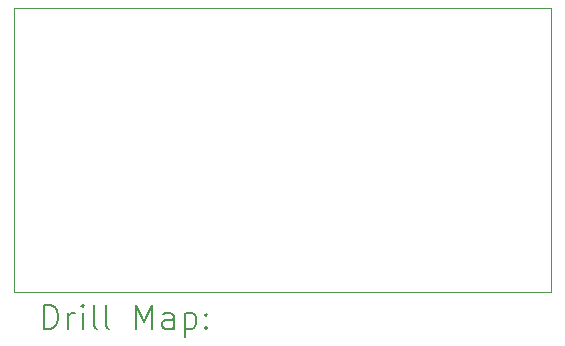
<source format=gbr>
%TF.GenerationSoftware,KiCad,Pcbnew,8.0.7*%
%TF.CreationDate,2024-12-13T10:46:23-05:00*%
%TF.ProjectId,SwerveHubWago,53776572-7665-4487-9562-5761676f2e6b,rev?*%
%TF.SameCoordinates,Original*%
%TF.FileFunction,Drillmap*%
%TF.FilePolarity,Positive*%
%FSLAX45Y45*%
G04 Gerber Fmt 4.5, Leading zero omitted, Abs format (unit mm)*
G04 Created by KiCad (PCBNEW 8.0.7) date 2024-12-13 10:46:23*
%MOMM*%
%LPD*%
G01*
G04 APERTURE LIST*
%ADD10C,0.050000*%
%ADD11C,0.200000*%
G04 APERTURE END LIST*
D10*
X12650000Y-4000000D02*
X17200000Y-4000000D01*
X17200000Y-6400000D01*
X12650000Y-6400000D01*
X12650000Y-4000000D01*
D11*
X12908277Y-6713984D02*
X12908277Y-6513984D01*
X12908277Y-6513984D02*
X12955896Y-6513984D01*
X12955896Y-6513984D02*
X12984467Y-6523508D01*
X12984467Y-6523508D02*
X13003515Y-6542555D01*
X13003515Y-6542555D02*
X13013039Y-6561603D01*
X13013039Y-6561603D02*
X13022562Y-6599698D01*
X13022562Y-6599698D02*
X13022562Y-6628269D01*
X13022562Y-6628269D02*
X13013039Y-6666365D01*
X13013039Y-6666365D02*
X13003515Y-6685412D01*
X13003515Y-6685412D02*
X12984467Y-6704460D01*
X12984467Y-6704460D02*
X12955896Y-6713984D01*
X12955896Y-6713984D02*
X12908277Y-6713984D01*
X13108277Y-6713984D02*
X13108277Y-6580650D01*
X13108277Y-6618746D02*
X13117801Y-6599698D01*
X13117801Y-6599698D02*
X13127324Y-6590174D01*
X13127324Y-6590174D02*
X13146372Y-6580650D01*
X13146372Y-6580650D02*
X13165420Y-6580650D01*
X13232086Y-6713984D02*
X13232086Y-6580650D01*
X13232086Y-6513984D02*
X13222562Y-6523508D01*
X13222562Y-6523508D02*
X13232086Y-6533031D01*
X13232086Y-6533031D02*
X13241610Y-6523508D01*
X13241610Y-6523508D02*
X13232086Y-6513984D01*
X13232086Y-6513984D02*
X13232086Y-6533031D01*
X13355896Y-6713984D02*
X13336848Y-6704460D01*
X13336848Y-6704460D02*
X13327324Y-6685412D01*
X13327324Y-6685412D02*
X13327324Y-6513984D01*
X13460658Y-6713984D02*
X13441610Y-6704460D01*
X13441610Y-6704460D02*
X13432086Y-6685412D01*
X13432086Y-6685412D02*
X13432086Y-6513984D01*
X13689229Y-6713984D02*
X13689229Y-6513984D01*
X13689229Y-6513984D02*
X13755896Y-6656841D01*
X13755896Y-6656841D02*
X13822562Y-6513984D01*
X13822562Y-6513984D02*
X13822562Y-6713984D01*
X14003515Y-6713984D02*
X14003515Y-6609222D01*
X14003515Y-6609222D02*
X13993991Y-6590174D01*
X13993991Y-6590174D02*
X13974943Y-6580650D01*
X13974943Y-6580650D02*
X13936848Y-6580650D01*
X13936848Y-6580650D02*
X13917801Y-6590174D01*
X14003515Y-6704460D02*
X13984467Y-6713984D01*
X13984467Y-6713984D02*
X13936848Y-6713984D01*
X13936848Y-6713984D02*
X13917801Y-6704460D01*
X13917801Y-6704460D02*
X13908277Y-6685412D01*
X13908277Y-6685412D02*
X13908277Y-6666365D01*
X13908277Y-6666365D02*
X13917801Y-6647317D01*
X13917801Y-6647317D02*
X13936848Y-6637793D01*
X13936848Y-6637793D02*
X13984467Y-6637793D01*
X13984467Y-6637793D02*
X14003515Y-6628269D01*
X14098753Y-6580650D02*
X14098753Y-6780650D01*
X14098753Y-6590174D02*
X14117801Y-6580650D01*
X14117801Y-6580650D02*
X14155896Y-6580650D01*
X14155896Y-6580650D02*
X14174943Y-6590174D01*
X14174943Y-6590174D02*
X14184467Y-6599698D01*
X14184467Y-6599698D02*
X14193991Y-6618746D01*
X14193991Y-6618746D02*
X14193991Y-6675888D01*
X14193991Y-6675888D02*
X14184467Y-6694936D01*
X14184467Y-6694936D02*
X14174943Y-6704460D01*
X14174943Y-6704460D02*
X14155896Y-6713984D01*
X14155896Y-6713984D02*
X14117801Y-6713984D01*
X14117801Y-6713984D02*
X14098753Y-6704460D01*
X14279705Y-6694936D02*
X14289229Y-6704460D01*
X14289229Y-6704460D02*
X14279705Y-6713984D01*
X14279705Y-6713984D02*
X14270182Y-6704460D01*
X14270182Y-6704460D02*
X14279705Y-6694936D01*
X14279705Y-6694936D02*
X14279705Y-6713984D01*
X14279705Y-6590174D02*
X14289229Y-6599698D01*
X14289229Y-6599698D02*
X14279705Y-6609222D01*
X14279705Y-6609222D02*
X14270182Y-6599698D01*
X14270182Y-6599698D02*
X14279705Y-6590174D01*
X14279705Y-6590174D02*
X14279705Y-6609222D01*
M02*

</source>
